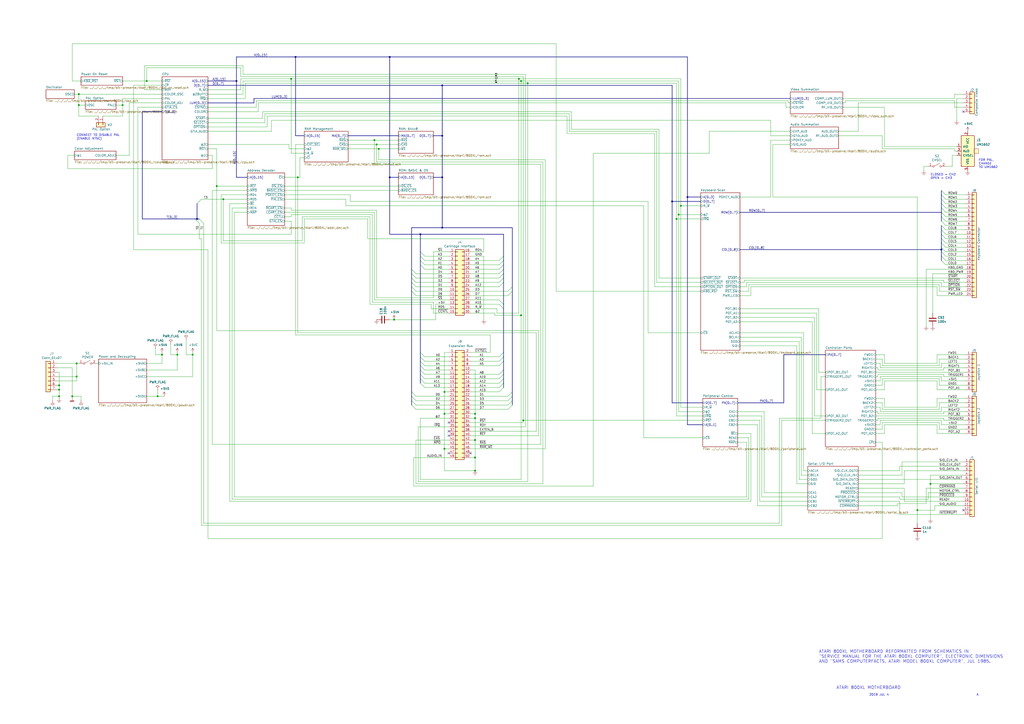
<source format=kicad_sch>
(kicad_sch (version 20230121) (generator eeschema)
  (paper "A2")
  (junction (at 85.09 46.99))
  (junction (at 306.07 48.26))
  (junction (at 218.44 83.82))
  (junction (at 111.76 205.74))
  (junction (at 275.59 273.05))
  (junction (at 172.72 102.87))
  (junction (at 394.97 119.38))
  (junction (at 44.45 210.82))
  (junction (at 129.54 115.57))
  (junction (at 137.16 46.99))
  (junction (at 102.87 205.74))
  (junction (at 228.6 185.42))
  (junction (at 34.29 226.06))
  (junction (at 398.78 114.3))
  (junction (at 41.91 229.87))
  (junction (at 257.81 240.03))
  (junction (at 71.12 60.96))
  (junction (at 114.3 127))
  (junction (at 303.53 243.84))
  (junction (at 219.71 86.36))
  (junction (at 300.99 45.72))
  (junction (at 217.17 81.28))
  (junction (at 275.59 265.43))
  (junction (at 34.29 223.52))
  (junction (at 93.98 205.74))
  (junction (at 275.59 255.27))
  (junction (at 256.54 102.87))
  (junction (at 45.72 60.96))
  (junction (at 256.54 78.74))
  (junction (at 546.1 144.78))
  (junction (at 392.43 127))
  (junction (at 275.59 240.03))
  (junction (at 168.91 45.72))
  (junction (at 171.45 33.02))
  (junction (at 302.26 182.88))
  (junction (at 226.06 102.87))
  (junction (at 539.75 280.67))
  (junction (at 302.26 46.99))
  (junction (at 256.54 132.08))
  (junction (at 243.84 135.89))
  (junction (at 532.13 295.91))
  (junction (at 91.44 229.87))
  (junction (at 44.45 218.44))
  (junction (at 389.89 116.84))
  (junction (at 393.7 124.46))
  (junction (at 256.54 49.53))
  (junction (at 275.59 242.57))
  (junction (at 257.81 227.33))
  (junction (at 125.73 107.95))
  (junction (at 34.29 229.87))
  (junction (at 45.72 54.61))
  (junction (at 226.06 33.02))
  (junction (at 257.81 260.35))
  (no_connect (at 558.8 64.77))
  (no_connect (at 558.8 295.91))
  (no_connect (at 260.35 262.89))
  (no_connect (at 260.35 250.19))
  (no_connect (at 260.35 245.11))
  (no_connect (at 260.35 252.73))
  (no_connect (at 273.05 262.89))
  (bus_entry (at 297.18 166.37) (size -2.54 2.54))
  (bus_entry (at 292.1 156.21) (size -2.54 2.54))
  (bus_entry (at 548.64 135.89) (size -2.54 -2.54))
  (bus_entry (at 243.84 219.71) (size 2.54 2.54))
  (bus_entry (at 243.84 146.05) (size 2.54 2.54))
  (bus_entry (at 292.1 161.29) (size -2.54 2.54))
  (bus_entry (at 238.76 158.75) (size 2.54 2.54))
  (bus_entry (at 115.57 127) (size 2.54 2.54))
  (bus_entry (at 292.1 148.59) (size -2.54 2.54))
  (bus_entry (at 292.1 158.75) (size -2.54 2.54))
  (bus_entry (at 243.84 222.25) (size 2.54 2.54))
  (bus_entry (at 289.56 219.71) (size 2.54 -2.54))
  (bus_entry (at 289.56 212.09) (size 2.54 -2.54))
  (bus_entry (at 289.56 222.25) (size 2.54 -2.54))
  (bus_entry (at 297.18 232.41) (size -2.54 2.54))
  (bus_entry (at 548.64 151.13) (size -2.54 -2.54))
  (bus_entry (at 548.64 115.57) (size -2.54 -2.54))
  (bus_entry (at 238.76 161.29) (size 2.54 2.54))
  (bus_entry (at 113.03 127) (size 2.54 2.54))
  (bus_entry (at 241.3 232.41) (size -2.54 -2.54))
  (bus_entry (at 241.3 229.87) (size -2.54 -2.54))
  (bus_entry (at 292.1 153.67) (size -2.54 2.54))
  (bus_entry (at 243.84 148.59) (size 2.54 2.54))
  (bus_entry (at 243.84 209.55) (size 2.54 2.54))
  (bus_entry (at 548.64 130.81) (size -2.54 -2.54))
  (bus_entry (at 297.18 168.91) (size -2.54 2.54))
  (bus_entry (at 238.76 163.83) (size 2.54 2.54))
  (bus_entry (at 238.76 166.37) (size 2.54 2.54))
  (bus_entry (at 548.64 143.51) (size -2.54 -2.54))
  (bus_entry (at 243.84 207.01) (size 2.54 2.54))
  (bus_entry (at 548.64 113.03) (size -2.54 -2.54))
  (bus_entry (at 241.3 237.49) (size -2.54 -2.54))
  (bus_entry (at 243.84 151.13) (size 2.54 2.54))
  (bus_entry (at 548.64 133.35) (size -2.54 -2.54))
  (bus_entry (at 548.64 118.11) (size -2.54 -2.54))
  (bus_entry (at 289.56 176.53) (size 2.54 2.54))
  (bus_entry (at 289.56 209.55) (size 2.54 -2.54))
  (bus_entry (at 241.3 234.95) (size -2.54 -2.54))
  (bus_entry (at 297.18 234.95) (size -2.54 2.54))
  (bus_entry (at 548.64 128.27) (size -2.54 -2.54))
  (bus_entry (at 548.64 120.65) (size -2.54 -2.54))
  (bus_entry (at 548.64 148.59) (size -2.54 -2.54))
  (bus_entry (at 297.18 227.33) (size -2.54 2.54))
  (bus_entry (at 243.84 204.47) (size 2.54 2.54))
  (bus_entry (at 548.64 138.43) (size -2.54 -2.54))
  (bus_entry (at 289.56 207.01) (size 2.54 -2.54))
  (bus_entry (at 289.56 173.99) (size 2.54 2.54))
  (bus_entry (at 548.64 125.73) (size -2.54 -2.54))
  (bus_entry (at 548.64 146.05) (size -2.54 -2.54))
  (bus_entry (at 243.84 217.17) (size 2.54 2.54))
  (bus_entry (at 297.18 229.87) (size -2.54 2.54))
  (bus_entry (at 289.56 224.79) (size 2.54 -2.54))
  (bus_entry (at 116.84 115.57) (size -2.54 2.54))
  (bus_entry (at 548.64 123.19) (size -2.54 -2.54))
  (bus_entry (at 238.76 168.91) (size 2.54 2.54))
  (bus_entry (at 292.1 151.13) (size -2.54 2.54))
  (bus_entry (at 292.1 163.83) (size -2.54 2.54))
  (bus_entry (at 238.76 156.21) (size 2.54 2.54))
  (bus_entry (at 289.56 227.33) (size 2.54 -2.54))
  (bus_entry (at 289.56 217.17) (size 2.54 -2.54))
  (bus_entry (at 243.84 153.67) (size 2.54 2.54))
  (bus_entry (at 548.64 140.97) (size -2.54 -2.54))
  (bus_entry (at 243.84 212.09) (size 2.54 2.54))
  (bus_entry (at 548.64 153.67) (size -2.54 -2.54))
  (bus_entry (at 243.84 214.63) (size 2.54 2.54))
  (bus (pts (xy 454.66 205.74) (xy 478.79 205.74)))
  (bus (pts (xy 292.1 158.75) (xy 292.1 161.29)))
  (wire (pts (xy 458.47 81.28) (xy 447.04 81.28)))
  (wire (pts (xy 330.2 66.04) (xy 153.67 66.04)))
  (bus (pts (xy 201.93 78.74) (xy 231.14 78.74)))
  (wire (pts (xy 39.37 97.79) (xy 39.37 90.17)))
  (wire (pts (xy 99.06 205.74) (xy 102.87 205.74)))
  (wire (pts (xy 381 76.2) (xy 330.2 76.2)))
  (wire (pts (xy 497.84 76.2) (xy 497.84 59.69)))
  (wire (pts (xy 539.75 275.59) (xy 558.8 275.59)))
  (wire (pts (xy 251.46 181.61) (xy 260.35 181.61)))
  (wire (pts (xy 553.72 87.63) (xy 554.99 87.63)))
  (wire (pts (xy 154.94 67.31) (xy 328.93 67.31)))
  (wire (pts (xy 215.9 124.46) (xy 215.9 175.26)))
  (bus (pts (xy 114.3 118.11) (xy 114.3 127)))
  (wire (pts (xy 524.51 280.67) (xy 524.51 273.05)))
  (wire (pts (xy 478.79 226.06) (xy 473.71 226.06)))
  (bus (pts (xy 292.1 135.89) (xy 292.1 148.59)))
  (wire (pts (xy 243.84 278.13) (xy 302.26 278.13)))
  (bus (pts (xy 429.26 123.19) (xy 546.1 123.19)))
  (wire (pts (xy 543.56 220.98) (xy 513.08 220.98)))
  (wire (pts (xy 251.46 181.61) (xy 251.46 175.26)))
  (wire (pts (xy 149.86 59.69) (xy 149.86 64.77)))
  (wire (pts (xy 123.19 110.49) (xy 123.19 257.81)))
  (wire (pts (xy 513.08 62.23) (xy 488.95 62.23)))
  (wire (pts (xy 250.19 176.53) (xy 214.63 176.53)))
  (wire (pts (xy 273.05 212.09) (xy 289.56 212.09)))
  (bus (pts (xy 546.1 146.05) (xy 546.1 148.59)))
  (wire (pts (xy 273.05 153.67) (xy 289.56 153.67)))
  (wire (pts (xy 511.81 256.54) (xy 508 256.54)))
  (wire (pts (xy 513.08 226.06) (xy 508 226.06)))
  (wire (pts (xy 392.43 48.26) (xy 392.43 127)))
  (wire (pts (xy 433.07 256.54) (xy 433.07 288.29)))
  (bus (pts (xy 427.99 233.68) (xy 454.66 233.68)))
  (wire (pts (xy 45.72 54.61) (xy 93.98 54.61)))
  (wire (pts (xy 77.47 144.78) (xy 120.65 144.78)))
  (wire (pts (xy 373.38 119.38) (xy 373.38 254)))
  (bus (pts (xy 243.84 135.89) (xy 243.84 146.05)))
  (bus (pts (xy 297.18 229.87) (xy 297.18 232.41)))
  (wire (pts (xy 508 215.9) (xy 560.07 215.9)))
  (wire (pts (xy 394.97 119.38) (xy 394.97 236.22)))
  (wire (pts (xy 488.95 59.69) (xy 490.22 59.69)))
  (wire (pts (xy 243.84 242.57) (xy 260.35 242.57)))
  (wire (pts (xy 311.15 250.19) (xy 311.15 193.04)))
  (wire (pts (xy 273.05 168.91) (xy 294.64 168.91)))
  (wire (pts (xy 429.26 200.66) (xy 462.28 200.66)))
  (wire (pts (xy 67.31 90.17) (xy 74.93 90.17)))
  (wire (pts (xy 273.05 242.57) (xy 275.59 242.57)))
  (wire (pts (xy 120.65 83.82) (xy 167.64 83.82)))
  (wire (pts (xy 463.55 198.12) (xy 463.55 278.13)))
  (wire (pts (xy 139.7 52.07) (xy 139.7 45.72)))
  (wire (pts (xy 260.35 214.63) (xy 246.38 214.63)))
  (wire (pts (xy 273.05 181.61) (xy 287.02 181.61)))
  (wire (pts (xy 511.81 223.52) (xy 508 223.52)))
  (wire (pts (xy 168.91 88.9) (xy 176.53 88.9)))
  (wire (pts (xy 427.99 256.54) (xy 433.07 256.54)))
  (wire (pts (xy 548.64 148.59) (xy 560.07 148.59)))
  (wire (pts (xy 544.83 208.28) (xy 544.83 212.09)))
  (wire (pts (xy 273.05 229.87) (xy 294.64 229.87)))
  (bus (pts (xy 243.84 204.47) (xy 243.84 207.01)))
  (bus (pts (xy 243.84 153.67) (xy 243.84 204.47)))
  (wire (pts (xy 148.59 58.42) (xy 457.2 58.42)))
  (wire (pts (xy 175.26 139.7) (xy 129.54 139.7)))
  (wire (pts (xy 34.29 226.06) (xy 34.29 229.87)))
  (wire (pts (xy 471.17 186.69) (xy 471.17 251.46)))
  (wire (pts (xy 497.84 59.69) (xy 558.8 59.69)))
  (wire (pts (xy 447.04 114.3) (xy 429.26 114.3)))
  (wire (pts (xy 176.53 91.44) (xy 173.99 91.44)))
  (wire (pts (xy 44.45 218.44) (xy 44.45 210.82)))
  (bus (pts (xy 429.26 144.78) (xy 546.1 144.78)))
  (wire (pts (xy 173.99 102.87) (xy 172.72 102.87)))
  (wire (pts (xy 120.65 57.15) (xy 142.24 57.15)))
  (wire (pts (xy 393.7 124.46) (xy 393.7 238.76)))
  (bus (pts (xy 251.46 102.87) (xy 256.54 102.87)))
  (wire (pts (xy 548.64 96.52) (xy 552.45 96.52)))
  (wire (pts (xy 429.26 166.37) (xy 433.07 166.37)))
  (wire (pts (xy 120.65 64.77) (xy 149.86 64.77)))
  (wire (pts (xy 344.17 88.9) (xy 344.17 281.94)))
  (wire (pts (xy 304.8 43.18) (xy 304.8 247.65)))
  (wire (pts (xy 466.09 193.04) (xy 466.09 273.05)))
  (bus (pts (xy 238.76 168.91) (xy 238.76 227.33)))
  (wire (pts (xy 523.24 267.97) (xy 558.8 267.97)))
  (wire (pts (xy 511.81 212.09) (xy 511.81 208.28)))
  (wire (pts (xy 521.97 273.05) (xy 521.97 270.51)))
  (wire (pts (xy 260.35 151.13) (xy 246.38 151.13)))
  (wire (pts (xy 558.8 57.15) (xy 554.99 57.15)))
  (wire (pts (xy 45.72 60.96) (xy 45.72 54.61)))
  (wire (pts (xy 542.29 293.37) (xy 558.8 293.37)))
  (bus (pts (xy 243.84 135.89) (xy 292.1 135.89)))
  (wire (pts (xy 542.29 295.91) (xy 542.29 293.37)))
  (wire (pts (xy 546.1 163.83) (xy 433.07 163.83)))
  (bus (pts (xy 120.65 59.69) (xy 147.32 59.69)))
  (wire (pts (xy 165.1 107.95) (xy 231.14 107.95)))
  (bus (pts (xy 238.76 161.29) (xy 238.76 163.83)))
  (wire (pts (xy 472.44 184.15) (xy 429.26 184.15)))
  (wire (pts (xy 46.99 232.41) (xy 46.99 229.87)))
  (wire (pts (xy 33.02 220.98) (xy 44.45 220.98)))
  (wire (pts (xy 41.91 213.36) (xy 41.91 229.87)))
  (wire (pts (xy 135.89 288.29) (xy 433.07 288.29)))
  (wire (pts (xy 300.99 45.72) (xy 300.99 181.61)))
  (wire (pts (xy 306.07 48.26) (xy 392.43 48.26)))
  (wire (pts (xy 273.05 224.79) (xy 289.56 224.79)))
  (wire (pts (xy 120.65 68.58) (xy 152.4 68.58)))
  (wire (pts (xy 553.72 54.61) (xy 558.8 54.61)))
  (wire (pts (xy 273.05 227.33) (xy 289.56 227.33)))
  (wire (pts (xy 547.37 218.44) (xy 547.37 217.17)))
  (bus (pts (xy 171.45 78.74) (xy 176.53 78.74)))
  (bus (pts (xy 297.18 132.08) (xy 297.18 166.37)))
  (wire (pts (xy 260.35 234.95) (xy 241.3 234.95)))
  (wire (pts (xy 172.72 193.04) (xy 172.72 102.87)))
  (wire (pts (xy 125.73 191.77) (xy 312.42 191.77)))
  (wire (pts (xy 165.1 115.57) (xy 200.66 115.57)))
  (wire (pts (xy 39.37 90.17) (xy 43.18 90.17)))
  (bus (pts (xy 546.1 120.65) (xy 546.1 123.19)))
  (bus (pts (xy 243.84 219.71) (xy 243.84 222.25)))
  (wire (pts (xy 546.1 166.37) (xy 560.07 166.37)))
  (wire (pts (xy 168.91 88.9) (xy 168.91 45.72)))
  (wire (pts (xy 546.1 238.76) (xy 546.1 236.22)))
  (wire (pts (xy 250.19 179.07) (xy 260.35 179.07)))
  (wire (pts (xy 168.91 121.92) (xy 218.44 121.92)))
  (wire (pts (xy 548.64 128.27) (xy 560.07 128.27)))
  (bus (pts (xy 546.1 115.57) (xy 546.1 118.11)))
  (wire (pts (xy 85.09 229.87) (xy 91.44 229.87)))
  (wire (pts (xy 273.05 252.73) (xy 312.42 252.73)))
  (bus (pts (xy 238.76 166.37) (xy 238.76 168.91)))
  (wire (pts (xy 201.93 83.82) (xy 218.44 83.82)))
  (bus (pts (xy 297.18 227.33) (xy 297.18 229.87)))
  (wire (pts (xy 74.93 59.69) (xy 93.98 59.69)))
  (wire (pts (xy 273.05 219.71) (xy 289.56 219.71)))
  (bus (pts (xy 238.76 132.08) (xy 238.76 156.21)))
  (wire (pts (xy 251.46 146.05) (xy 251.46 172.72)))
  (wire (pts (xy 547.37 240.03) (xy 509.27 240.03)))
  (wire (pts (xy 120.65 73.66) (xy 154.94 73.66)))
  (wire (pts (xy 33.02 218.44) (xy 44.45 218.44)))
  (wire (pts (xy 125.73 107.95) (xy 143.51 107.95)))
  (wire (pts (xy 218.44 121.92) (xy 218.44 172.72)))
  (bus (pts (xy 256.54 49.53) (xy 389.89 49.53)))
  (wire (pts (xy 544.83 165.1) (xy 434.34 165.1)))
  (wire (pts (xy 382.27 74.93) (xy 382.27 161.29)))
  (wire (pts (xy 260.35 156.21) (xy 246.38 156.21)))
  (wire (pts (xy 548.64 151.13) (xy 560.07 151.13)))
  (wire (pts (xy 260.35 217.17) (xy 246.38 217.17)))
  (wire (pts (xy 57.15 67.31) (xy 45.72 67.31)))
  (wire (pts (xy 139.7 45.72) (xy 168.91 45.72)))
  (bus (pts (xy 243.84 146.05) (xy 243.84 148.59)))
  (bus (pts (xy 238.76 227.33) (xy 238.76 229.87)))
  (wire (pts (xy 33.02 223.52) (xy 34.29 223.52)))
  (wire (pts (xy 275.59 255.27) (xy 275.59 242.57)))
  (wire (pts (xy 273.05 265.43) (xy 275.59 265.43)))
  (wire (pts (xy 490.22 59.69) (xy 490.22 58.42)))
  (wire (pts (xy 273.05 207.01) (xy 289.56 207.01)))
  (wire (pts (xy 427.99 251.46) (xy 435.61 251.46)))
  (wire (pts (xy 284.48 204.47) (xy 284.48 194.31)))
  (bus (pts (xy 243.84 148.59) (xy 243.84 151.13)))
  (bus (pts (xy 238.76 163.83) (xy 238.76 166.37)))
  (wire (pts (xy 509.27 214.63) (xy 509.27 213.36)))
  (wire (pts (xy 165.1 128.27) (xy 168.91 128.27)))
  (wire (pts (xy 252.73 185.42) (xy 228.6 185.42)))
  (wire (pts (xy 381 163.83) (xy 381 76.2)))
  (bus (pts (xy 292.1 204.47) (xy 292.1 207.01)))
  (wire (pts (xy 511.81 78.74) (xy 511.81 86.36)))
  (wire (pts (xy 394.97 45.72) (xy 394.97 119.38)))
  (wire (pts (xy 435.61 166.37) (xy 435.61 171.45)))
  (wire (pts (xy 511.81 237.49) (xy 511.81 233.68)))
  (bus (pts (xy 292.1 209.55) (xy 292.1 214.63)))
  (wire (pts (xy 260.35 219.71) (xy 246.38 219.71)))
  (bus (pts (xy 137.16 102.87) (xy 143.51 102.87)))
  (wire (pts (xy 476.25 242.57) (xy 452.12 242.57)))
  (wire (pts (xy 473.71 226.06) (xy 473.71 181.61)))
  (wire (pts (xy 509.27 238.76) (xy 508 238.76)))
  (bus (pts (xy 292.1 151.13) (xy 292.1 153.67)))
  (wire (pts (xy 478.79 243.84) (xy 453.39 243.84)))
  (wire (pts (xy 120.65 52.07) (xy 139.7 52.07)))
  (wire (pts (xy 173.99 91.44) (xy 173.99 102.87)))
  (wire (pts (xy 273.05 255.27) (xy 275.59 255.27)))
  (bus (pts (xy 171.45 33.02) (xy 171.45 78.74)))
  (wire (pts (xy 458.47 83.82) (xy 448.31 83.82)))
  (bus (pts (xy 137.16 33.02) (xy 137.16 46.99)))
  (wire (pts (xy 543.56 171.45) (xy 560.07 171.45)))
  (wire (pts (xy 91.44 229.87) (xy 95.25 229.87)))
  (bus (pts (xy 238.76 232.41) (xy 238.76 234.95)))
  (wire (pts (xy 260.35 176.53) (xy 252.73 176.53)))
  (wire (pts (xy 544.83 233.68) (xy 560.07 233.68)))
  (bus (pts (xy 243.84 207.01) (xy 243.84 209.55)))
  (wire (pts (xy 546.1 210.82) (xy 546.1 213.36)))
  (wire (pts (xy 330.2 76.2) (xy 330.2 66.04)))
  (bus (pts (xy 292.1 217.17) (xy 292.1 219.71)))
  (wire (pts (xy 133.35 290.83) (xy 435.61 290.83)))
  (wire (pts (xy 523.24 275.59) (xy 523.24 267.97)))
  (wire (pts (xy 543.56 166.37) (xy 435.61 166.37)))
  (wire (pts (xy 85.09 39.37) (xy 85.09 46.99)))
  (wire (pts (xy 168.91 135.89) (xy 80.01 135.89)))
  (wire (pts (xy 128.27 140.97) (xy 176.53 140.97)))
  (bus (pts (xy 389.89 233.68) (xy 407.67 233.68)))
  (wire (pts (xy 71.12 46.99) (xy 85.09 46.99)))
  (wire (pts (xy 439.42 246.38) (xy 439.42 293.37)))
  (wire (pts (xy 544.83 237.49) (xy 511.81 237.49)))
  (wire (pts (xy 143.51 115.57) (xy 129.54 115.57)))
  (wire (pts (xy 543.56 171.45) (xy 543.56 166.37)))
  (wire (pts (xy 260.35 148.59) (xy 246.38 148.59)))
  (wire (pts (xy 260.35 158.75) (xy 241.3 158.75)))
  (wire (pts (xy 90.17 201.93) (xy 90.17 205.74)))
  (wire (pts (xy 288.29 181.61) (xy 288.29 179.07)))
  (wire (pts (xy 273.05 151.13) (xy 289.56 151.13)))
  (wire (pts (xy 44.45 220.98) (xy 44.45 218.44)))
  (wire (pts (xy 85.09 218.44) (xy 111.76 218.44)))
  (wire (pts (xy 429.26 198.12) (xy 463.55 198.12)))
  (wire (pts (xy 427.99 246.38) (xy 439.42 246.38)))
  (wire (pts (xy 241.3 255.27) (xy 260.35 255.27)))
  (wire (pts (xy 314.96 280.67) (xy 314.96 93.98)))
  (wire (pts (xy 260.35 163.83) (xy 241.3 163.83)))
  (wire (pts (xy 541.02 158.75) (xy 541.02 181.61)))
  (bus (pts (xy 292.1 161.29) (xy 292.1 163.83)))
  (bus (pts (xy 171.45 33.02) (xy 226.06 33.02)))
  (wire (pts (xy 548.64 143.51) (xy 560.07 143.51)))
  (wire (pts (xy 33.02 210.82) (xy 44.45 210.82)))
  (wire (pts (xy 257.81 227.33) (xy 257.81 204.47)))
  (wire (pts (xy 382.27 161.29) (xy 406.4 161.29)))
  (wire (pts (xy 468.63 290.83) (xy 440.69 290.83)))
  (wire (pts (xy 171.45 83.82) (xy 171.45 194.31)))
  (wire (pts (xy 546.1 218.44) (xy 510.54 218.44)))
  (bus (pts (xy 243.84 217.17) (xy 243.84 219.71)))
  (wire (pts (xy 34.29 215.9) (xy 34.29 223.52)))
  (wire (pts (xy 548.64 130.81) (xy 560.07 130.81)))
  (wire (pts (xy 411.48 88.9) (xy 344.17 88.9)))
  (wire (pts (xy 406.4 163.83) (xy 381 163.83)))
  (bus (pts (xy 546.1 133.35) (xy 546.1 135.89)))
  (wire (pts (xy 554.99 85.09) (xy 513.08 85.09)))
  (wire (pts (xy 537.21 283.21) (xy 537.21 292.1)))
  (wire (pts (xy 140.97 43.18) (xy 304.8 43.18)))
  (wire (pts (xy 260.35 227.33) (xy 257.81 227.33)))
  (wire (pts (xy 509.27 218.44) (xy 508 218.44)))
  (wire (pts (xy 511.81 219.71) (xy 511.81 223.52)))
  (wire (pts (xy 171.45 194.31) (xy 284.48 194.31)))
  (wire (pts (xy 273.05 250.19) (xy 311.15 250.19)))
  (wire (pts (xy 447.04 81.28) (xy 447.04 114.3)))
  (wire (pts (xy 203.2 116.84) (xy 375.92 116.84)))
  (wire (pts (xy 33.02 226.06) (xy 34.29 226.06)))
  (wire (pts (xy 201.93 81.28) (xy 217.17 81.28)))
  (wire (pts (xy 546.1 220.98) (xy 546.1 218.44)))
  (wire (pts (xy 538.48 289.56) (xy 538.48 285.75)))
  (bus (pts (xy 389.89 49.53) (xy 389.89 116.84)))
  (wire (pts (xy 287.02 182.88) (xy 302.26 182.88)))
  (wire (pts (xy 260.35 207.01) (xy 246.38 207.01)))
  (wire (pts (xy 429.26 171.45) (xy 435.61 171.45)))
  (wire (pts (xy 547.37 217.17) (xy 509.27 217.17)))
  (wire (pts (xy 314.96 93.98) (xy 218.44 93.98)))
  (wire (pts (xy 429.26 193.04) (xy 466.09 193.04)))
  (bus (pts (xy 238.76 158.75) (xy 238.76 161.29)))
  (wire (pts (xy 513.08 236.22) (xy 543.56 236.22)))
  (wire (pts (xy 273.05 209.55) (xy 289.56 209.55)))
  (wire (pts (xy 123.19 90.17) (xy 123.19 97.79)))
  (wire (pts (xy 544.83 208.28) (xy 560.07 208.28)))
  (wire (pts (xy 548.64 140.97) (xy 560.07 140.97)))
  (bus (pts (xy 546.1 144.78) (xy 546.1 146.05)))
  (wire (pts (xy 548.64 120.65) (xy 560.07 120.65)))
  (wire (pts (xy 139.7 39.37) (xy 85.09 39.37)))
  (wire (pts (xy 83.82 52.07) (xy 83.82 38.1)))
  (wire (pts (xy 260.35 166.37) (xy 241.3 166.37)))
  (wire (pts (xy 464.82 275.59) (xy 468.63 275.59)))
  (wire (pts (xy 510.54 213.36) (xy 510.54 210.82)))
  (wire (pts (xy 510.54 238.76) (xy 510.54 236.22)))
  (wire (pts (xy 560.07 205.74) (xy 543.56 205.74)))
  (wire (pts (xy 463.55 278.13) (xy 468.63 278.13)))
  (wire (pts (xy 168.91 128.27) (xy 168.91 135.89)))
  (wire (pts (xy 273.05 161.29) (xy 289.56 161.29)))
  (wire (pts (xy 107.95 196.85) (xy 107.95 205.74)))
  (bus (pts (xy 546.1 118.11) (xy 546.1 120.65)))
  (wire (pts (xy 544.83 212.09) (xy 511.81 212.09)))
  (wire (pts (xy 250.19 179.07) (xy 250.19 176.53)))
  (bus (pts (xy 546.1 143.51) (xy 546.1 144.78)))
  (wire (pts (xy 41.91 229.87) (xy 41.91 231.14)))
  (bus (pts (xy 292.1 214.63) (xy 292.1 217.17)))
  (bus (pts (xy 226.06 135.89) (xy 243.84 135.89)))
  (wire (pts (xy 379.73 77.47) (xy 379.73 166.37)))
  (wire (pts (xy 43.18 54.61) (xy 45.72 54.61)))
  (wire (pts (xy 427.99 254) (xy 434.34 254)))
  (wire (pts (xy 115.57 129.54) (xy 115.57 138.43)))
  (wire (pts (xy 537.21 292.1) (xy 520.7 292.1)))
  (wire (pts (xy 473.71 181.61) (xy 429.26 181.61)))
  (wire (pts (xy 251.46 175.26) (xy 215.9 175.26)))
  (wire (pts (xy 302.26 278.13) (xy 302.26 182.88)))
  (wire (pts (xy 548.64 138.43) (xy 560.07 138.43)))
  (wire (pts (xy 257.81 204.47) (xy 260.35 204.47)))
  (wire (pts (xy 452.12 242.57) (xy 452.12 303.53)))
  (bus (pts (xy 546.1 110.49) (xy 546.1 113.03)))
  (wire (pts (xy 521.97 290.83) (xy 521.97 298.45)))
  (wire (pts (xy 241.3 255.27) (xy 241.3 280.67)))
  (wire (pts (xy 474.98 215.9) (xy 478.79 215.9)))
  (wire (pts (xy 41.91 46.99) (xy 41.91 25.4)))
  (wire (pts (xy 34.29 229.87) (xy 34.29 231.14)))
  (wire (pts (xy 273.05 204.47) (xy 284.48 204.47)))
  (wire (pts (xy 547.37 238.76) (xy 560.07 238.76)))
  (bus (pts (xy 546.1 130.81) (xy 546.1 133.35)))
  (wire (pts (xy 486.41 78.74) (xy 511.81 78.74)))
  (wire (pts (xy 142.24 48.26) (xy 306.07 48.26)))
  (wire (pts (xy 275.59 265.43) (xy 275.59 273.05)))
  (bus (pts (xy 243.84 151.13) (xy 243.84 153.67)))
  (wire (pts (xy 116.84 138.43) (xy 116.84 304.8)))
  (bus (pts (xy 546.1 135.89) (xy 546.1 138.43)))
  (wire (pts (xy 513.08 210.82) (xy 513.08 205.74)))
  (wire (pts (xy 120.65 62.23) (xy 148.59 62.23)))
  (wire (pts (xy 520.7 292.1) (xy 520.7 293.37)))
  (wire (pts (xy 532.13 114.3) (xy 532.13 295.91)))
  (wire (pts (xy 547.37 240.03) (xy 547.37 238.76)))
  (wire (pts (xy 30.48 229.87) (xy 34.29 229.87)))
  (wire (pts (xy 511.81 208.28) (xy 508 208.28)))
  (wire (pts (xy 303.53 44.45) (xy 139.7 44.45)))
  (wire (pts (xy 168.91 124.46) (xy 215.9 124.46)))
  (wire (pts (xy 273.05 237.49) (xy 294.64 237.49)))
  (wire (pts (xy 311.15 193.04) (xy 172.72 193.04)))
  (wire (pts (xy 546.1 210.82) (xy 560.07 210.82)))
  (wire (pts (xy 392.43 127) (xy 392.43 241.3)))
  (wire (pts (xy 200.66 115.57) (xy 200.66 119.38)))
  (wire (pts (xy 478.79 241.3) (xy 472.44 241.3)))
  (bus (pts (xy 231.14 102.87) (xy 226.06 102.87)))
  (wire (pts (xy 539.75 280.67) (xy 558.8 280.67)))
  (bus (pts (xy 226.06 33.02) (xy 398.78 33.02)))
  (wire (pts (xy 433.07 163.83) (xy 433.07 166.37)))
  (wire (pts (xy 543.56 236.22) (xy 543.56 231.14)))
  (wire (pts (xy 524.51 273.05) (xy 558.8 273.05)))
  (wire (pts (xy 300.99 45.72) (xy 394.97 45.72)))
  (wire (pts (xy 312.42 191.77) (xy 312.42 252.73)))
  (bus (pts (xy 238.76 132.08) (xy 256.54 132.08)))
  (wire (pts (xy 273.05 158.75) (xy 289.56 158.75)))
  (wire (pts (xy 476.25 218.44) (xy 476.25 242.57)))
  (wire (pts (xy 511.81 233.68) (xy 508 233.68)))
  (wire (pts (xy 140.97 54.61) (xy 120.65 54.61)))
  (wire (pts (xy 553.72 62.23) (xy 553.72 58.42)))
  (wire (pts (xy 544.83 245.11) (xy 544.83 248.92)))
  (wire (pts (xy 511.81 86.36) (xy 553.72 86.36)))
  (wire (pts (xy 260.35 232.41) (xy 241.3 232.41)))
  (wire (pts (xy 217.17 81.28) (xy 217.17 95.25)))
  (wire (pts (xy 488.95 57.15) (xy 553.72 57.15)))
  (wire (pts (xy 474.98 179.07) (xy 474.98 215.9)))
  (bus (pts (xy 292.1 179.07) (xy 292.1 204.47)))
  (wire (pts (xy 472.44 241.3) (xy 472.44 184.15)))
  (wire (pts (xy 273.05 247.65) (xy 304.8 247.65)))
  (wire (pts (xy 125.73 107.95) (xy 125.73 191.77)))
  (wire (pts (xy 129.54 115.57) (xy 116.84 115.57)))
  (wire (pts (xy 462.28 200.66) (xy 462.28 280.67)))
  (wire (pts (xy 152.4 64.77) (xy 331.47 64.77)))
  (wire (pts (xy 273.05 217.17) (xy 289.56 217.17)))
  (wire (pts (xy 99.06 199.39) (xy 99.06 205.74)))
  (wire (pts (xy 497.84 290.83) (xy 521.97 290.83)))
  (wire (pts (xy 219.71 92.71) (xy 316.23 92.71)))
  (wire (pts (xy 85.09 46.99) (xy 93.98 46.99)))
  (wire (pts (xy 257.81 260.35) (xy 257.81 240.03)))
  (wire (pts (xy 429.26 161.29) (xy 560.07 161.29)))
  (wire (pts (xy 300.99 181.61) (xy 288.29 181.61)))
  (wire (pts (xy 218.44 83.82) (xy 231.14 83.82)))
  (bus (pts (xy 238.76 229.87) (xy 238.76 232.41)))
  (wire (pts (xy 143.51 118.11) (xy 133.35 118.11)))
  (wire (pts (xy 242.57 279.4) (xy 306.07 279.4)))
  (wire (pts (xy 509.27 242.57) (xy 509.27 243.84)))
  (bus (pts (xy 93.98 64.77) (xy 82.55 64.77)))
  (wire (pts (xy 71.12 60.96) (xy 71.12 57.15)))
  (wire (pts (xy 541.02 158.75) (xy 560.07 158.75)))
  (wire (pts (xy 242.57 247.65) (xy 242.57 279.4)))
  (wire (pts (xy 538.48 285.75) (xy 558.8 285.75)))
  (wire (pts (xy 497.84 278.13) (xy 558.8 278.13)))
  (bus (pts (xy 546.1 123.19) (xy 546.1 125.73)))
  (wire (pts (xy 85.09 214.63) (xy 102.87 214.63)))
  (bus (pts (xy 120.65 49.53) (xy 256.54 49.53)))
  (wire (pts (xy 510.54 220.98) (xy 508 220.98)))
  (wire (pts (xy 165.1 110.49) (xy 231.14 110.49)))
  (bus (pts (xy 398.78 114.3) (xy 406.4 114.3)))
  (wire (pts (xy 118.11 129.54) (xy 118.11 303.53)))
  (wire (pts (xy 448.31 114.3) (xy 532.13 114.3)))
  (wire (pts (xy 439.42 293.37) (xy 468.63 293.37)))
  (wire (pts (xy 71.12 67.31) (xy 71.12 60.96)))
  (wire (pts (xy 111.76 205.74) (xy 111.76 218.44)))
  (wire (pts (xy 102.87 205.74) (xy 102.87 214.63)))
  (wire (pts (xy 546.1 246.38) (xy 560.07 246.38)))
  (wire (pts (xy 521.97 298.45) (xy 558.8 298.45)))
  (wire (pts (xy 260.35 168.91) (xy 241.3 168.91)))
  (wire (pts (xy 59.69 67.31) (xy 71.12 67.31)))
  (wire (pts (xy 392.43 127) (xy 406.4 127)))
  (wire (pts (xy 287.02 181.61) (xy 287.02 182.88)))
  (wire (pts (xy 457.2 59.69) (xy 458.47 59.69)))
  (wire (pts (xy 513.08 220.98) (xy 513.08 226.06)))
  (wire (pts (xy 217.17 173.99) (xy 260.35 173.99)))
  (wire (pts (xy 535.94 96.52) (xy 535.94 99.06)))
  (wire (pts (xy 260.35 222.25) (xy 246.38 222.25)))
  (wire (pts (xy 558.8 62.23) (xy 553.72 62.23)))
  (wire (pts (xy 552.45 90.17) (xy 554.99 90.17)))
  (wire (pts (xy 157.48 76.2) (xy 157.48 69.85)))
  (wire (pts (xy 448.31 83.82) (xy 448.31 114.3)))
  (wire (pts (xy 125.73 86.36) (xy 125.73 107.95)))
  (wire (pts (xy 513.08 85.09) (xy 513.08 62.23)))
  (wire (pts (xy 93.98 210.82) (xy 93.98 205.74)))
  (wire (pts (xy 497.84 283.21) (xy 524.51 283.21)))
  (wire (pts (xy 257.81 240.03) (xy 257.81 227.33)))
  (wire (pts (xy 497.84 273.05) (xy 521.97 273.05)))
  (wire (pts (xy 543.56 251.46) (xy 560.07 251.46)))
  (wire (pts (xy 175.26 125.73) (xy 175.26 139.7)))
  (wire (pts (xy 393.7 124.46) (xy 393.7 46.99)))
  (wire (pts (xy 497.84 280.67) (xy 524.51 280.67)))
  (bus (pts (xy 546.1 138.43) (xy 546.1 140.97)))
  (wire (pts (xy 466.09 273.05) (xy 468.63 273.05)))
  (wire (pts (xy 303.53 243.84) (xy 407.67 243.84)))
  (wire (pts (xy 510.54 236.22) (xy 508 236.22)))
  (bus (pts (xy 226.06 102.87) (xy 226.06 135.89)))
  (wire (pts (xy 490.22 58.42) (xy 553.72 58.42)))
  (wire (pts (xy 524.51 290.83) (xy 558.8 290.83)))
  (wire (pts (xy 45.72 60.96) (xy 49.53 60.96)))
  (wire (pts (xy 134.62 120.65) (xy 143.51 120.65)))
  (bus (pts (xy 82.55 127) (xy 113.03 127)))
  (wire (pts (xy 547.37 162.56) (xy 431.8 162.56)))
  (wire (pts (xy 429.26 195.58) (xy 464.82 195.58)))
  (wire (pts (xy 260.35 146.05) (xy 251.46 146.05)))
  (wire (pts (xy 91.44 226.06) (xy 91.44 229.87)))
  (wire (pts (xy 509.27 240.03) (xy 509.27 238.76)))
  (wire (pts (xy 486.41 76.2) (xy 497.84 76.2)))
  (wire (pts (xy 303.53 245.11) (xy 303.53 243.84)))
  (wire (pts (xy 544.83 219.71) (xy 511.81 219.71)))
  (bus (pts (xy 292.1 163.83) (xy 292.1 176.53)))
  (wire (pts (xy 240.03 281.94) (xy 240.03 265.43)))
  (bus (pts (xy 113.03 127) (xy 114.3 127)))
  (wire (pts (xy 411.48 76.2) (xy 411.48 88.9)))
  (wire (pts (xy 176.53 140.97) (xy 176.53 127)))
  (wire (pts (xy 455.93 62.23) (xy 458.47 62.23)))
  (wire (pts (xy 468.63 285.75) (xy 443.23 285.75)))
  (wire (pts (xy 443.23 238.76) (xy 427.99 238.76)))
  (wire (pts (xy 302.26 182.88) (xy 302.26 46.99)))
  (wire (pts (xy 455.93 62.23) (xy 455.93 59.69)))
  (wire (pts (xy 393.7 46.99) (xy 302.26 46.99)))
  (wire (pts (xy 303.53 243.84) (xy 303.53 44.45)))
  (wire (pts (xy 71.12 60.96) (xy 67.31 60.96)))
  (wire (pts (xy 548.64 113.03) (xy 560.07 113.03)))
  (wire (pts (xy 441.96 288.29) (xy 468.63 288.29)))
  (wire (pts (xy 273.05 234.95) (xy 294.64 234.95)))
  (bus (pts (xy 546.1 140.97) (xy 546.1 143.51)))
  (wire (pts (xy 129.54 139.7) (xy 129.54 115.57)))
  (wire (pts (xy 429.26 163.83) (xy 431.8 163.83)))
  (wire (pts (xy 115.57 138.43) (xy 116.84 138.43)))
  (wire (pts (xy 123.19 110.49) (xy 143.51 110.49)))
  (wire (pts (xy 553.72 57.15) (xy 553.72 54.61)))
  (bus (pts (xy 292.1 156.21) (xy 292.1 158.75)))
  (wire (pts (xy 331.47 74.93) (xy 382.27 74.93)))
  (wire (pts (xy 543.56 226.06) (xy 560.07 226.06)))
  (wire (pts (xy 218.44 93.98) (xy 218.44 83.82)))
  (wire (pts (xy 548.64 118.11) (xy 560.07 118.11)))
  (wire (pts (xy 509.27 213.36) (xy 508 213.36)))
  (wire (pts (xy 375.92 193.04) (xy 406.4 193.04)))
  (wire (pts (xy 447.04 78.74) (xy 458.47 78.74)))
  (bus (pts (xy 256.54 102.87) (xy 256.54 132.08)))
  (bus (pts (xy 546.1 125.73) (xy 546.1 128.27)))
  (wire (pts (xy 273.05 214.63) (xy 275.59 214.63)))
  (wire (pts (xy 120.65 90.17) (xy 123.19 90.17)))
  (wire (pts (xy 510.54 218.44) (xy 510.54 220.98)))
  (wire (pts (xy 538.48 96.52) (xy 535.94 96.52)))
  (wire (pts (xy 135.89 123.19) (xy 135.89 288.29)))
  (wire (pts (xy 471.17 251.46) (xy 478.79 251.46)))
  (wire (pts (xy 497.84 288.29) (xy 521.97 288.29)))
  (wire (pts (xy 241.3 280.67) (xy 314.96 280.67)))
  (wire (pts (xy 539.75 275.59) (xy 539.75 280.67)))
  (bus (pts (xy 256.54 78.74) (xy 256.54 102.87)))
  (wire (pts (xy 394.97 236.22) (xy 407.67 236.22)))
  (bus (pts (xy 256.54 49.53) (xy 256.54 78.74)))
  (wire (pts (xy 322.58 168.91) (xy 406.4 168.91)))
  (bus (pts (xy 147.32 59.69) (xy 147.32 57.15)))
  (wire (pts (xy 273.05 245.11) (xy 303.53 245.11)))
  (wire (pts (xy 434.34 289.56) (xy 134.62 289.56)))
  (wire (pts (xy 548.64 133.35) (xy 560.07 133.35)))
  (wire (pts (xy 153.67 71.12) (xy 120.65 71.12)))
  (bus (pts (xy 243.84 209.55) (xy 243.84 212.09)))
  (wire (pts (xy 379.73 166.37) (xy 406.4 166.37)))
  (wire (pts (xy 313.69 95.25) (xy 313.69 257.81)))
  (wire (pts (xy 275.59 240.03) (xy 275.59 214.63)))
  (wire (pts (xy 547.37 163.83) (xy 560.07 163.83)))
  (wire (pts (xy 513.08 205.74) (xy 508 205.74)))
  (wire (pts (xy 302.26 46.99) (xy 140.97 46.99)))
  (wire (pts (xy 83.82 38.1) (xy 140.97 38.1)))
  (bus (pts (xy 546.1 148.59) (xy 546.1 151.13)))
  (wire (pts (xy 260.35 224.79) (xy 246.38 224.79)))
  (wire (pts (xy 554.99 57.15) (xy 554.99 69.85)))
  (wire (pts (xy 260.35 265.43) (xy 240.03 265.43)))
  (wire (pts (xy 375.92 116.84) (xy 375.92 193.04)))
  (wire (pts (xy 547.37 242.57) (xy 509.27 242.57)))
  (wire (pts (xy 546.1 243.84) (xy 510.54 243.84)))
  (wire (pts (xy 543.56 246.38) (xy 543.56 251.46)))
  (wire (pts (xy 217.17 81.28) (xy 231.14 81.28)))
  (wire (pts (xy 139.7 44.45) (xy 139.7 39.37)))
  (bus (pts (xy 238.76 156.21) (xy 238.76 158.75)))
  (bus (pts (xy 120.65 46.99) (xy 137.16 46.99)))
  (wire (pts (xy 548.64 125.73) (xy 560.07 125.73)))
  (wire (pts (xy 148.59 58.42) (xy 148.59 62.23)))
  (wire (pts (xy 30.48 232.41) (xy 30.48 229.87)))
  (wire (pts (xy 523.24 285.75) (xy 523.24 288.29)))
  (wire (pts (xy 322.58 25.4) (xy 322.58 168.91)))
  (wire (pts (xy 116.84 304.8) (xy 453.39 304.8)))
  (wire (pts (xy 462.28 280.67) (xy 468.63 280.67)))
  (wire (pts (xy 546.1 238.76) (xy 510.54 238.76)))
  (wire (pts (xy 176.53 127) (xy 213.36 127)))
  (wire (pts (xy 457.2 58.42) (xy 457.2 59.69)))
  (bus (pts (xy 389.89 116.84) (xy 406.4 116.84)))
  (wire (pts (xy 77.47 49.53) (xy 77.47 144.78)))
  (wire (pts (xy 273.05 146.05) (xy 280.67 146.05)))
  (bus (pts (xy 398.78 246.38) (xy 407.67 246.38)))
  (wire (pts (xy 427.99 241.3) (xy 441.96 241.3)))
  (wire (pts (xy 275.59 273.05) (xy 257.81 273.05)))
  (wire (pts (xy 543.56 205.74) (xy 543.56 210.82)))
  (wire (pts (xy 344.17 281.94) (xy 240.03 281.94)))
  (bus (pts (xy 292.1 153.67) (xy 292.1 156.21)))
  (wire (pts (xy 513.08 210.82) (xy 543.56 210.82)))
  (bus (pts (xy 82.55 64.77) (xy 82.55 127)))
  (wire (pts (xy 165.1 123.19) (xy 217.17 123.19)))
  (wire (pts (xy 90.17 205.74) (xy 93.98 205.74)))
  (wire (pts (xy 440.69 243.84) (xy 427.99 243.84)))
  (wire (pts (xy 120.65 86.36) (xy 125.73 86.36)))
  (wire (pts (xy 521.97 288.29) (xy 521.97 289.56)))
  (wire (pts (xy 280.67 148.59) (xy 280.67 185.42)))
  (wire (pts (xy 273.05 179.07) (xy 288.29 179.07)))
  (wire (pts (xy 273.05 257.81) (xy 313.69 257.81)))
  (wire (pts (xy 260.35 237.49) (xy 241.3 237.49)))
  (wire (pts (xy 165.1 120.65) (xy 168.91 120.65)))
  (wire (pts (xy 213.36 127) (xy 213.36 138.43)))
  (wire (pts (xy 273.05 156.21) (xy 289.56 156.21)))
  (wire (pts (xy 46.99 46.99) (xy 41.91 46.99)))
  (wire (pts (xy 143.51 113.03) (xy 128.27 113.03)))
  (wire (pts (xy 539.75 280.67) (xy 539.75 300.99)))
  (bus (pts (xy 292.1 222.25) (xy 292.1 224.79)))
  (wire (pts (xy 547.37 213.36) (xy 547.37 214.63)))
  (wire (pts (xy 80.01 62.23) (xy 93.98 62.23)))
  (wire (pts (xy 513.08 236.22) (xy 513.08 231.14)))
  (bus (pts (xy 256.54 132.08) (xy 297.18 132.08)))
  (wire (pts (xy 406.4 124.46) (xy 393.7 124.46)))
  (wire (pts (xy 544.83 223.52) (xy 560.07 223.52)))
  (bus (pts (xy 398.78 114.3) (xy 398.78 246.38)))
  (wire (pts (xy 273.05 171.45) (xy 294.64 171.45)))
  (wire (pts (xy 532.13 303.53) (xy 532.13 295.91)))
  (wire (pts (xy 440.69 290.83) (xy 440.69 243.84)))
  (wire (pts (xy 547.37 163.83) (xy 547.37 162.56)))
  (wire (pts (xy 458.47 76.2) (xy 411.48 76.2)))
  (wire (pts (xy 373.38 254) (xy 407.67 254)))
  (bus (pts (xy 292.1 207.01) (xy 292.1 209.55)))
  (bus (pts (xy 243.84 214.63) (xy 243.84 217.17)))
  (wire (pts (xy 260.35 209.55) (xy 246.38 209.55)))
  (wire (pts (xy 260.35 212.09) (xy 246.38 212.09)))
  (wire (pts (xy 140.97 38.1) (xy 140.97 43.18)))
  (wire (pts (xy 33.02 213.36) (xy 41.91 213.36)))
  (wire (pts (xy 547.37 218.44) (xy 560.07 218.44)))
  (bus (pts (xy 114.3 127) (xy 115.57 127)))
  (wire (pts (xy 510.54 246.38) (xy 508 246.38)))
  (wire (pts (xy 201.93 86.36) (xy 219.71 86.36)))
  (wire (pts (xy 203.2 113.03) (xy 165.1 113.03)))
  (wire (pts (xy 176.53 86.36) (xy 167.64 86.36)))
  (wire (pts (xy 260.35 171.45) (xy 241.3 171.45)))
  (wire (pts (xy 547.37 213.36) (xy 560.07 213.36)))
  (bus (pts (xy 546.1 113.03) (xy 546.1 115.57)))
  (wire (pts (xy 547.37 242.57) (xy 547.37 243.84)))
  (wire (pts (xy 552.45 96.52) (xy 552.45 90.17)))
  (bus (pts (xy 243.84 212.09) (xy 243.84 214.63)))
  (wire (pts (xy 548.64 153.67) (xy 560.07 153.67)))
  (wire (pts (xy 544.83 168.91) (xy 544.83 165.1)))
  (bus (pts (xy 398.78 33.02) (xy 398.78 114.3)))
  (wire (pts (xy 393.7 238.76) (xy 407.67 238.76)))
  (wire (pts (xy 543.56 231.14) (xy 560.07 231.14)))
  (bus (pts (xy 137.16 46.99) (xy 137.16 102.87)))
  (wire (pts (xy 153.67 66.04) (xy 153.67 71.12)))
  (wire (pts (xy 546.1 220.98) (xy 560.07 220.98)))
  (wire (pts (xy 257.81 273.05) (xy 257.81 260.35)))
  (wire (pts (xy 464.82 195.58) (xy 464.82 275.59)))
  (wire (pts (xy 168.91 120.65) (xy 168.91 121.92)))
  (wire (pts (xy 257.81 260.35) (xy 260.35 260.35)))
  (wire (pts (xy 275.59 242.57) (xy 275.59 240.03)))
  (wire (pts (xy 140.97 46.99) (xy 140.97 54.61)))
  (wire (pts (xy 219.71 86.36) (xy 219.71 92.71)))
  (wire (pts (xy 513.08 251.46) (xy 508 251.46)))
  (wire (pts (xy 547.37 243.84) (xy 560.07 243.84)))
  (wire (pts (xy 328.93 67.31) (xy 328.93 77.47)))
  (wire (pts (xy 143.51 123.19) (xy 135.89 123.19)))
  (wire (pts (xy 33.02 215.9) (xy 34.29 215.9)))
  (wire (pts (xy 544.83 223.52) (xy 544.83 219.71)))
  (wire (pts (xy 74.93 90.17) (xy 74.93 59.69)))
  (wire (pts (xy 452.12 303.53) (xy 118.11 303.53)))
  (wire (pts (xy 511.81 312.42) (xy 511.81 256.54)))
  (wire (pts (xy 543.56 226.06) (xy 543.56 220.98)))
  (wire (pts (xy 171.45 83.82) (xy 176.53 83.82)))
  (bus (pts (xy 292.1 176.53) (xy 292.1 179.07)))
  (wire (pts (xy 273.05 222.25) (xy 289.56 222.25)))
  (bus (pts (xy 389.89 116.84) (xy 389.89 233.68)))
  (bus (pts (xy 292.1 148.59) (xy 292.1 151.13)))
  (wire (pts (xy 142.24 57.15) (xy 142.24 48.26)))
  (wire (pts (xy 133.35 118.11) (xy 133.35 290.83)))
  (wire (pts (xy 521.97 289.56) (xy 538.48 289.56)))
  (wire (pts (xy 544.83 248.92) (xy 560.07 248.92)))
  (wire (pts (xy 93.98 49.53) (xy 77.47 49.53)))
  (wire (pts (xy 44.45 210.82) (xy 45.72 210.82)))
  (wire (pts (xy 273.05 232.41) (xy 294.64 232.41)))
  (wire (pts (xy 328.93 77.47) (xy 379.73 77.47)))
  (wire (pts (xy 214.63 125.73) (xy 214.63 176.53)))
  (wire (pts (xy 165.1 125.73) (xy 168.91 125.73)))
  (bus (pts (xy 292.1 219.71) (xy 292.1 222.25)))
  (wire (pts (xy 511.81 245.11) (xy 511.81 248.92)))
  (wire (pts (xy 537.21 156.21) (xy 560.07 156.21)))
  (wire (pts (xy 123.19 257.81) (xy 260.35 257.81)))
  (wire (pts (xy 548.64 115.57) (xy 560.07 115.57)))
  (bus (pts (xy 251.46 78.74) (xy 256.54 78.74)))
  (wire (pts (xy 172.72 102.87) (xy 165.1 102.87)))
  (wire (pts (xy 523.24 288.29) (xy 558.8 288.29)))
  (wire (pts (xy 306.07 48.26) (xy 306.07 279.4)))
  (wire (pts (xy 429.26 179.07) (xy 474.98 179.07)))
  (wire (pts (xy 85.09 210.82) (xy 93.98 210.82)))
  (wire (pts (xy 168.91 45.72) (xy 300.99 45.72)))
  (wire (pts (xy 167.64 86.36) (xy 167.64 83.82)))
  (wire (pts (xy 134.62 289.56) (xy 134.62 120.65)))
  (wire (pts (xy 157.48 69.85) (xy 447.04 69.85)))
  (bus (pts (xy 297.18 168.91) (xy 297.18 227.33)))
  (bus (pts (xy 454.66 205.74) (xy 454.66 233.68)))
  (wire (pts (xy 510.54 210.82) (xy 508 210.82)))
  (wire (pts (xy 520.7 293.37) (xy 497.84 293.37)))
  (wire (pts (xy 513.08 246.38) (xy 513.08 251.46)))
  (wire (pts (xy 120.65 144.78) (xy 120.65 312.42)))
  (wire (pts (xy 46.99 229.87) (xy 41.91 229.87)))
  (wire (pts (xy 214.63 125.73) (xy 175.26 125.73)))
  (wire (pts (xy 55.88 210.82) (xy 57.15 210.82)))
  (wire (pts (xy 434.34 165.1) (xy 434.34 168.91)))
  (wire (pts (xy 537.21 283.21) (xy 558.8 283.21)))
  (wire (pts (xy 431.8 162.56) (xy 431.8 163.83)))
  (wire (pts (xy 273.05 148.59) (xy 280.67 148.59)))
  (wire (pts (xy 102.87 204.47) (xy 102.87 205.74)))
  (wire (pts (xy 149.86 59.69) (xy 455.93 59.69)))
  (wire (pts (xy 34.29 223.52) (xy 34.29 226.06)))
  (wire (pts (xy 273.05 176.53) (xy 289.56 176.53)))
  (bus (pts (xy 297.18 232.41) (xy 297.18 234.95)))
  (wire (pts (xy 71.12 57.15) (xy 93.98 57.15)))
  (wire (pts (xy 521.97 270.51) (xy 558.8 270.51)))
  (wire (pts (xy 544.83 245.11) (xy 511.81 245.11)))
  (wire (pts (xy 548.64 135.89) (xy 560.07 135.89)))
  (wire (pts (xy 111.76 204.47) (xy 111.76 205.74)))
  (wire (pts (xy 80.01 135.89) (xy 80.01 62.23)))
  (wire (pts (xy 200.66 119.38) (xy 373.38 119.38)))
  (wire (pts (xy 546.1 243.84) (xy 546.1 246.38)))
  (wire (pts (xy 93.98 205.74) (xy 93.98 204.47)))
  (wire (pts (xy 213.36 138.43) (xy 280.67 138.43)))
  (wire (pts (xy 497.84 275.59) (xy 523.24 275.59)))
  (wire (pts (xy 513.08 231.14) (xy 508 231.14)))
  (wire (pts (xy 429.26 186.69) (xy 471.17 186.69)))
  (wire (pts (xy 203.2 116.84) (xy 203.2 113.03)))
  (wire (pts (xy 542.29 295.91) (xy 532.13 295.91)))
  (wire (pts (xy 93.98 52.07) (xy 83.82 52.07)))
  (wire (pts (xy 45.72 67.31) (xy 45.72 60.96)))
  (wire (pts (xy 273.05 163.83) (xy 289.56 163.83)))
  (wire (pts (xy 260.35 161.29) (xy 241.3 161.29)))
  (wire (pts (xy 544.83 168.91) (xy 560.07 168.91)))
  (wire (pts (xy 168.91 125.73) (xy 168.91 124.46)))
  (wire (pts (xy 217.17 123.19) (xy 217.17 173.99)))
  (wire (pts (xy 547.37 214.63) (xy 509.27 214.63)))
  (wire (pts (xy 511.81 248.92) (xy 508 248.92)))
  (wire (pts (xy 510.54 243.84) (xy 510.54 246.38)))
  (wire (pts (xy 316.23 92.71) (xy 316.23 260.35)))
  (wire (pts (xy 260.35 153.67) (xy 246.38 153.67)))
  (wire (pts (xy 509.27 217.17) (xy 509.27 218.44)))
  (wire (pts (xy 546.1 236.22) (xy 560.07 236.22)))
  (wire (pts (xy 217.17 95.25) (xy 313.69 95.25)))
  (wire (pts (xy 273.05 166.37) (xy 289.56 166.37)))
  (wire (pts (xy 524.51 283.21) (xy 524.51 290.83)))
  (wire (pts (xy 280.67 138.43) (xy 280.67 146.05)))
  (wire (pts (xy 443.23 285.75) (xy 443.23 238.76)))
  (wire (pts (xy 429.26 168.91) (xy 434.34 168.91)))
  (wire (pts (xy 107.95 205.74) (xy 111.76 205.74)))
  (wire (pts (xy 394.97 119.38) (xy 406.4 119.38)))
  (wire (pts (xy 228.6 185.42) (xy 226.06 185.42)))
  (wire (pts (xy 120.65 76.2) (xy 157.48 76.2)))
  (wire (pts (xy 260.35 247.65) (xy 242.57 247.65)))
  (wire (pts (xy 219.71 86.36) (xy 231.14 86.36)))
  (wire (pts (xy 252.73 176.53) (xy 252.73 185.42)))
  (wire (pts (xy 544.83 237.49) (xy 544.83 233.68)))
  (wire (pts (xy 441.96 241.3) (xy 441.96 288.29)))
  (wire (pts (xy 257.81 240.03) (xy 260.35 240.03)))
  (wire (pts (xy 273.05 173.99) (xy 289.56 173.99)))
  (wire (pts (xy 537.21 156.21) (xy 537.21 189.23)))
  (wire (pts (xy 497.84 285.75) (xy 523.24 285.75)))
  (wire (pts (xy 546.1 166.37) (xy 546.1 163.83)))
  (wire (pts (xy 453.39 243.84) (xy 453.39 304.8)))
  (wire (pts (xy 478.79 218.44) (xy 476.25 218.44)))
  (wire (pts (xy 548.64 123.19) (xy 560.07 123.19)))
  (wire (pts (xy 128.27 113.03) (xy 128.27 140.97)))
  (wire (pts (xy 243.84 242.57) (xy 243.84 278.13)))
  (bus (pts (xy 297.18 166.37) (xy 297.18 168.91)))
  (wire (pts (xy 508 241.3) (xy 560.07 241.3)))
  (wire (pts (xy 543.56 246.38) (xy 513.08 246.38)))
  (wire (pts (xy 546.1 213.36) (xy 510.54 213.36)))
  (wire (pts (xy 553.72 86.36) (xy 553.72 87.63)))
  (wire (pts (xy 509.27 243.84) (xy 508 243.84)))
  (wire (pts (xy 41.91 25.4) (xy 322.58 25.4)))
  (wire (pts (xy 273.05 260.35) (xy 316.23 260.35)))
  (wire (pts (xy 120.65 312.42) (xy 511.81 312.42)))
  (wire (pts (xy 123.19 97.79) (xy 39.37 97.79)))
  (bus (pts (xy 147.32 57.15) (xy 458.47 57.15)))
  (bus (pts (xy 226.06 33.02) (xy 226.06 102.87)))
  (bus (pts (xy 137.16 33.02) (xy 171.45 33.02)))
  (wire (pts (xy 154.94 73.66) (xy 154.94 67.31)))
  (wire (pts (xy 260.35 229.87) (xy 241.3 229.87)))
  (wire (pts (xy 407.67 241.3) (xy 392.43 241.3)))
  (wire (pts (xy 275.59 265.43) (xy 275.59 255.27)))
  (wire (pts (xy 435.61 251.46) (xy 435.61 290.83)))
  (wire (pts (xy 251.46 172.72) (xy 218.44 172.72)))
  (wire (pts (xy 275.59 240.03) (xy 273.05 240.03)))
  (wire (pts (xy 152.4 68.58) (xy 152.4 64.77)))
  (wire (pts (xy 548.64 146.05) (xy 560.07 146.05)))
  (wire (pts (xy 331.47 64.77) (xy 331.47 74.93)))
  (wire (pts (xy 447.04 69.85) (xy 447.04 78.74)))
  (wire (pts (xy 434.34 254) (xy 434.34 289.56)))
  (text "A" (at 566.42 403.86 0) (effects (font (size 1.27 1.27)) (justify left bottom)))
  (text "2019 JUL 4" (at 504.19 403.86 0) (effects (font (size 1.27 1.27)) (justify left bottom)))
  (text "ATARI 800XL MOTHERBOARD" (at 485.14 400.05 0) (effects (font (size 1.778 1.778)) (justify left bottom)))
  (text "CLOSED = CH2\nOPEN = CH3" (at 539.75 104.14 0) (effects (font (size 1.27 1.27)) (justify left bottom)))
  (text "ATARI 800XL MOTHERBOARD REFORMATTED FROM SCHEMATICS IN\n\"SERVICE MANUAL FOR THE ATARI 800XL COMPUTER\", ELECTRONIC DIMENSIONS\nAND \"SAMS COMPUTERFACTS, ATARI MODEL 800XL COMPUTER\", JUL 1985." (at 474.98 384.81 0) (effects (font (size 1.778 1.778)) (justify left bottom)))
  (text "FOR PAL,\nCHANGE\nTO UM1662" (at 567.69 97.79 0) (effects (font (size 1.27 1.27)) (justify left bottom)))
  (text "CONNECT TO DISABLE PAL\n(ENABLE NTSC)" (at 44.45 81.28 0) (effects (font (size 1.27 1.27)) (justify left bottom)))
  (label "ϕ2" (at 275.59 181.61 0))
  (label "A[0..15]" (at 147.32 33.02 0))
  (label "~{REF}" (at 278.13 252.73 0))
  (label "~{IRQ}" (at 255.27 247.65 180))
  (label "A7" (at 255.27 217.17 180))
  (label "A11" (at 255.27 222.25 180))
  (label "A10" (at 278.13 219.71 0))
  (label "~{EXTSEL}" (at 275.59 204.47 0))
  (label "D1" (at 254 166.37 0))
  (label "COL1" (at 549.91 151.13 0))
  (label "A1" (at 278.13 207.01 0))
  (label "D4" (at 255.27 234.95 180))
  (label "+5V1" (at 549.91 220.98 0))
  (label "R_~{W}" (at 275.59 179.07 0))
  (label "~{MPD}" (at 251.46 257.81 0))
  (label "D7" (at 275.59 171.45 0))
  (label "A6" (at 255.27 214.63 180))
  (label "D6" (at 254 171.45 0))
  (label "POT_B2" (at 549.91 241.3 0))
  (label "SIO_CLK_IN" (at 544.83 267.97 0))
  (label "TRIGGER2" (at 549.91 243.84 0))
  (label "MOTOR_CTRL" (at 544.83 285.75 0))
  (label "GND2" (at 549.91 248.92 0))
  (label "D[0..7]" (at 123.19 49.53 0))
  (label "D3" (at 275.59 168.91 0))
  (label "~{CCNTL}" (at 254 181.61 0))
  (label "A2" (at 255.27 209.55 180))
  (label "RDY" (at 287.02 43.18 0) (effects (font (size 0.508 0.508))))
  (label "RIGHT2" (at 549.91 238.76 0))
  (label "A3" (at 278.13 209.55 0))
  (label "D2" (at 255.27 232.41 180))
  (label "SIO_CLK_OUT" (at 544.83 270.51 0))
  (label "KBD_PWR" (at 549.91 158.75 0))
  (label "A3" (at 254 148.59 0))
  (label "RDY" (at 278.13 247.65 0))
  (label "D0" (at 255.27 229.87 180))
  (label "A8" (at 275.59 161.29 0))
  (label "A4" (at 275.59 151.13 0))
  (label "A0" (at 255.27 207.01 180))
  (label "~{START}" (at 549.91 161.29 0))
  (label "D2" (at 254 163.83 0))
  (label "D5" (at 254 161.29 0))
  (label "ROW5" (at 549.91 125.73 0))
  (label "POT_A1" (at 549.91 226.06 0))
  (label "FWD1" (at 549.91 205.74 0))
  (label "ROW4" (at 549.91 123.19 0))
  (label "ϕ2" (at 287.02 46.99 0) (effects (font (size 0.508 0.508))))
  (label "~{RAM_WE}" (at 285.75 260.35 180))
  (label "D6" (at 255.27 237.49 180))
  (label "~{IRQ}" (at 287.02 48.26 0) (effects (font (size 0.508 0.508))))
  (label "A5" (at 275.59 153.67 0))
  (label "~{S4}" (at 254 146.05 0))
  (label "A10" (at 275.59 176.53 0))
  (label "A0" (at 254 156.21 0))
  (label "T3" (at 118.11 115.57 0))
  (label "ROW3" (at 549.91 120.65 0))
  (label "PWR_LED" (at 549.91 171.45 0))
  (label "~{INTERRUPT}" (at 544.83 298.45 0))
  (label "ϕ2" (at 255.27 242.57 180))
  (label "POT_B1" (at 549.91 215.9 0))
  (label "ROW7" (at 549.91 130.81 0))
  (label "~{RST_SW}" (at 549.91 168.91 0))
  (label "~{SELECT}" (at 549.91 163.83 0))
  (label "COL0" (at 549.91 153.67 0))
  (label "~{RST}" (at 278.13 245.11 0))
  (label "EXTEN_B" (at 278.13 250.19 0))
  (label "A6" (at 275.59 156.21 0))
  (label "~{COMMAND}" (at 544.83 283.21 0))
  (label "A7" (at 275.59 158.75 0))
  (label "~{RAS}" (at 278.13 257.81 0))
  (label "LEFT2" (at 549.91 236.22 0))
  (label "COL3" (at 549.91 146.05 0))
  (label "RIGHT1" (at 549.91 213.36 0))
  (label "RD4" (at 275.59 146.05 0))
  (label "R_~{W}" (at 287.02 45.72 0) (effects (font (size 0.508 0.508))))
  (label "~{PROCEED}" (at 544.83 288.29 0))
  (label "COL2" (at 549.91 148.59 0))
  (label "GND1" (at 549.91 223.52 0))
  (label "RD5" (at 254 179.07 0))
  (label "BACK1" (at 549.91 208.28 0))
  (label "A[0..15]" (at 123.19 46.99 0))
  (label "D3" (at 278.13 232.41 0))
  (label "A5" (at 278.13 212.09 0))
  (label "A13" (at 255.27 224.79 180))
  (label "T1" (at 118.11 133.35 90))
  (label "ROW1" (at 549.91 115.57 0))
  (label "T0" (at 115.57 133.35 90))
  (label "READY" (at 544.83 290.83 0))
  (label "A12" (at 278.13 222.25 0))
  (label "A4" (at 255.27 212.09 180))
  (label "ROW[0..7]" (at 434.34 123.19 0))
  (label "T[0..3]" (at 96.52 127 0))
  (label "GND" (at 275.59 148.59 0))
  (label "A15" (at 278.13 227.33 0))
  (label "~{S5}" (at 254 173.99 0))
  (label "BACK2" (at 549.91 233.68 0))
  (label "A12" (at 275.59 166.37 0))
  (label "POT_A2" (at 549.91 251.46 0))
  (label "SIO_AUDIO" (at 544.83 293.37 0))
  (label "~{CAS}" (at 251.46 255.27 0))
  (label "COL8" (at 549.91 133.35 0))
  (label "D7" (at 278.13 237.49 0))
  (label "ROW0" (at 549.91 113.03 0))
  (label "PA[0..7]" (at 440.69 233.68 0))
  (label "+5V2" (at 549.91 246.38 0))
  (label "A1" (at 254 153.67 0))
  (label "COL7" (at 549.91 135.89 0))
  (label "LEFT1" (at 549.91 210.82 0))
  (label "A14" (at 278.13 224.79 0))
  (label "SIO_DATA_OUT" (at 544.83 278.13 0))
  (label "FWD2" (at 549.91 231.14 0))
  (label "D4" (at 254 158.75 0))
  (label "D1" (at 278.13 229.87 0))
  (label "ROW6" (at 549.91 128.27 0))
  (label "SIO_DATA_IN" (at 544.83 273.05 0))
  (label "+5V" (at 254 176.53 0))
  (label "A8" (at 278.13 217.17 0))
  (label "LUM[0..3]" (at 157.48 57.15 0))
  (label "COL4" (at 549.91 143.51 0))
  (label "A11" (at 275.59 173.99 0))
  (label "COL6" (at 549.91 138.43 0))
  (label "A2" (at 254 151.13 0))
  (label "~{OPTION}" (at 549.91 166.37 0))
  (label "A[0..15]" (at 137.16 95.25 90))
  (label "KBD_GND" (at 549.91 156.21 0))
  (label "D0" (at 254 168.91 0))
  (label "ROW2" (at 549.91 118.11 0))
  (label "COL5" (at 549.91 140.97 0))
  (label "A9" (at 275.59 163.83 0))
  (label "A9" (at 255.27 219.71 180))
  (label "~{RST}" (at 287.02 44.45 0) (effects (font (size 0.508 0.508))))
  (label "AUDIO_IN" (at 247.65 265.43 0))
  (label "TRIGGER1" (at 549.91 218.44 0))
  (label "D5" (at 278.13 234.95 0))
  (label "COL[0..8]" (at 434.34 144.78 0))
  (symbol (lib_id "Connector_Generic:Conn_02x15_Top_Bottom") (at 265.43 163.83 0) (unit 1)
    (property "Reference" "J4" (at 266.7 140.5382 0))
    (property "Value" "Cartridge Interface" (at 266.7 142.8496 0))
  )
  (symbol (lib_id "Connector_Generic:Conn_01x24") (at 565.15 140.97 0) (unit 1)
    (property "Reference" "J8" (at 563.88 110.49 0) (effects (justify left)))
    (property "Value" "Keyboard Connector" (at 567.69 151.13 90) (effects (justify left)))
  )
  (symbol (lib_id "Device:C") (at 541.02 185.42 0) (unit 1)
    (property "Reference" "C93" (at 543.941 184.2516 0) (effects (justify left)))
    (property "Value" "100n" (at 543.941 186.563 0) (effects (justify left)))
  )
  (symbol (lib_id "Connector_Generic:Conn_01x09") (at 565.15 215.9 0) (unit 1)
    (property "Reference" "J5" (at 563.88 203.2 0) (effects (justify left)))
    (property "Value" "Joystick 1" (at 567.69 220.98 90) (effects (justify left)))
  )
  (symbol (lib_id "Connector_Generic:Conn_01x09") (at 565.15 241.3 0) (unit 1)
    (property "Reference" "J6" (at 563.88 228.6 0) (effects (justify left)))
    (property "Value" "Joystick 2" (at 567.69 246.38 90) (effects (justify left)))
  )
  (symbol (lib_id "power:GNDREF") (at 541.02 189.23 0) (unit 1)
    (property "Reference" "#PWR0103" (effects hide))
    (property "Value" "GNDREF" (effects hide))
  )
  (symbol (lib_id "power:GNDREF") (at 537.21 189.23 0) (unit 1)
    (property "Reference" "#PWR0104" (effects hide))
    (property "Value" "GNDREF" (effects hide))
  )
  (symbol (lib_id "Connector_Generic:Conn_01x13") (at 563.88 283.21 0) (unit 1)
    (property "Reference" "J1" (at 562.61 265.43 0) (effects (justify left)))
    (property "Value" "Serial I/O" (at 566.42 287.02 90) (effects (justify left)))
  )
  (symbol (lib_id "power:GNDREF") (at 539.75 300.99 0) (unit 1)
    (property "Reference" "#PWR0101" (effects hide))
    (property "Value" "GNDREF" (effects hide))
  )
  (symbol (lib_id "Device:C") (at 532.13 307.34 0) (unit 1)
    (property "Reference" "C110" (at 535.051 306.1716 0) (effects (justify left)))
    (property "Value" "1n" (at 535.051 308.483 0) (effects (justify left)))
  )
  (symbol (lib_id "power:GNDREF") (at 532.13 311.15 0) (unit 1)
    (property "Reference" "#PWR0102" (effects hide))
    (property "Value" "GNDREF" (effects hide))
  )
  (symbol (lib_id "power:GNDREF") (at 280.67 185.42 0) (unit 1)
    (property "Reference" "#PWR0276" (effects hide))
    (property "Value" "GNDREF" (effects hide))
  )
  (symbol (lib_id "Device:C") (at 222.25 185.42 90) (unit 1)
    (property "Reference" "C18" (at 221.0816 182.499 0) (effects (justify left)))
    (property "Value" "100n" (at 223.393 182.499 0) (effects (justify left)))
  )
  (symbol (lib_id "power:GNDREF") (at 218.44 185.42 0) (unit 1)
    (property "Reference" "#PWR0277" (effects hide))
    (property "Value" "GNDREF" (effects hide))
  )
  (symbol (lib_id "power:+5VA") (at 228.6 185.42 0) (unit 1)
    (property "Reference" "#PWR0278" (effects hide))
    (property "Value" "+5VA" (at 228.981 181.0258 0))
  )
  (symbol (lib_id "Connector_Generic:Conn_02x25_Odd_Even") (at 265.43 234.95 0) (unit 1)
    (property "Reference" "J9" (at 267.97 198.12 0) (effects (justify right)))
    (property "Value" "Expansion Bus" (at 274.32 200.66 0) (effects (justify right)))
  )
  (symbol (lib_id "power:GNDREF") (at 275.59 273.05 0) (unit 1)
    (property "Reference" "#PWR0279" (effects hide))
    (property "Value" "GNDREF" (effects hide))
  )
  (symbol (lib_id "Connector_Generic:Conn_01x07") (at 27.94 218.44 0) (mirror y) (unit 1)
    (property "Reference" "J7" (at 30.0228 205.3082 0))
    (property "Value" "Conn_01x07" (at 30.0228 207.6196 0))
  )
  (symbol (lib_id "Switch:SW_SPST") (at 50.8 210.82 0) (unit 1)
    (property "Reference" "S1" (at 50.8 204.851 0))
    (property "Value" "POWER" (at 50.8 207.1624 0))
  )
  (symbol (lib_id "power:GNDREF") (at 34.29 231.14 0) (unit 1)
    (property "Reference" "#PWR0280" (effects hide))
    (property "Value" "GNDREF" (effects hide))
  )
  (symbol (lib_id "power:GNDPWR") (at 41.91 231.14 0) (unit 1)
    (property "Reference" "#PWR0281" (effects hide))
    (property "Value" "GNDPWR" (effects hide))
  )
  (symbol (lib_id "power:+5VA") (at 93.98 204.47 0) (unit 1)
    (property "Reference" "#PWR0282" (effects hide))
    (property "Value" "+5VA" (at 94.361 200.0758 0))
  )
  (symbol (lib_id "power:PWR_FLAG") (at 90.17 201.93 0) (unit 1)
    (property "Reference" "#FLG0101" (effects hide))
    (property "Value" "PWR_FLAG" (at 90.17 197.5358 0))
  )
  (symbol (lib_id "power_more:+5VB") (at 102.87 204.47 0) (unit 1)
    (property "Reference" "#PWR0283" (effects hide))
    (property "Value" "+5VB" (at 103.251 200.0758 0))
  )
  (symbol (lib_id "power:PWR_FLAG") (at 99.06 199.39 0) (unit 1)
    (property "Reference" "#FLG0102" (effects hide))
    (property "Value" "PWR_FLAG" (at 99.06 194.9958 0))
  )
  (symbol (lib_id "power_more:+5VC") (at 111.76 204.47 0) (unit 1)
    (property "Reference" "#PWR0284" (effects hide))
    (property "Value" "+5VC" (at 112.141 200.0758 0))
  )
  (symbol (lib_id "power:PWR_FLAG") (at 107.95 196.85 0) (unit 1)
    (property "Reference" "#FLG0103" (effects hide))
    (property "Value" "PWR_FLAG" (at 107.95 192.4558 0))
  )
  (symbol (lib_id "power:PWR_FLAG") (at 30.48 232.41 180) (unit 1)
    (property "Reference" "#FLG0104" (effects hide))
    (property "Value" "PWR_FLAG" (at 30.48 236.8042 0))
  )
  (symbol (lib_id "power:PWR_FLAG") (at 46.99 232.41 180) (unit 1)
    (property "Reference" "#FLG0105" (effects hide))
    (property "Value" "PWR_FLAG" (at 46.99 236.8042 0))
  )
  (symbol (lib_id "power:PWR_FLAG") (at 91.44 226.06 0) (unit 1)
    (property "Reference" "#FLG0106" (effects hide))
    (property "Value" "PWR_FLAG" (at 91.44 221.6658 0))
  )
  (symbol (lib_id "power:+5VD") (at 95.25 229.87 0) (unit 1)
    (property "Reference" "#PWR0111" (effects hide))
    (property "Value" "+5VD" (at 95.631 225.4758 0))
  )
  (symbol (lib_id "Connector_Generic:Conn_01x05") (at 563.88 59.69 0) (unit 1)
    (property "Reference" "J2" (at 562.61 52.07 0) (effects (justify left)))
    (property "Value" "Composite Video" (at 566.42 67.31 90) (effects (justify left)))
  )
  (symbol (lib_id "power:GNDREF") (at 554.99 69.85 0) (unit 1)
    (property "Reference" "#PWR0309" (effects hide))
    (property "Value" "GNDREF" (effects hide))
  )
  (symbol (lib_id "RF_Module_Atari:UM1652") (at 557.53 90.17 0) (unit 1)
    (property "Reference" "J3" (at 566.42 81.28 0) (effects (justify left)))
    (property "Value" "UM1652" (at 566.42 83.82 0) (effects (justify left)))
  )
  (symbol (lib_id "power_more:+5VC") (at 561.34 76.2 0) (unit 1)
    (property "Reference" "#PWR0310" (effects hide))
    (property "Value" "+5VC" (at 561.721 71.8058 0))
  )
  (symbol (lib_id "power:GNDREF") (at 561.34 99.06 0) (unit 1)
    (property "Reference" "#PWR0311" (effects hide))
    (property "Value" "GNDREF" (effects hide))
  )
  (symbol (lib_id "Switch:SW_SPST") (at 543.56 96.52 0) (unit 1)
    (property "Reference" "S2" (at 543.56 90.551 0))
    (property "Value" "CHSEL" (at 543.56 92.8624 0))
  )
  (symbol (lib_id "power:GNDREF") (at 535.94 99.06 0) (unit 1)
    (property "Reference" "#PWR0312" (effects hide))
    (property "Value" "GNDREF" (effects hide))
  )
  (symbol (lib_id "Connector_Generic:Conn_01x02") (at 59.69 72.39 270) (unit 1)
    (property "Reference" "W2" (at 62.23 72.39 90) (effects (justify left)))
    (property "Value" "PAL Option" (at 53.34 74.93 90) (effects (justify left)))
  )
  (sheet (at 458.47 73.66) (size 27.94 12.7)
    (property "Sheetname" "Audio Summation" (at 458.47 72.9484 0) (effects (justify left bottom)))
    (property "Sheetfile" "../../../../tmp/bit-preserve/Atari/800XL/audio.sch" (at 458.47 86.9446 0) (effects (justify left top)))
    (pin "POKEY_AUD" input (at 458.47 81.28 180))
    (pin "AUD_OUT" output (at 486.41 76.2 0))
    (pin "RF_AUD_OUT" output (at 486.41 78.74 0))
    (pin "SIO_AUD" input (at 458.47 83.82 180))
    (pin "GTIA_AUD" input (at 458.47 78.74 180))
    (pin "EXP_AUD" input (at 458.47 76.2 180))
  )
  (sheet (at 458.47 53.34) (size 30.48 12.7)
    (property "Sheetname" "Video Summation" (at 458.47 52.6284 0) (effects (justify left bottom)))
    (property "Sheetfile" "../../../../tmp/bit-preserve/Atari/800XL/video_sum.sch" (at 458.47 66.6246 0) (effects (justify left top)))
    (pin "RF_VID_OUT" output (at 488.95 62.23 0))
    (pin "COMP_VID_OUT" output (at 488.95 59.69 0))
    (pin "COMP_LUM_OUT" output (at 488.95 57.15 0))
    (pin "COLOR" input (at 458.47 62.23 180))
    (pin "LUM[0..3]" input (at 458.47 57.15 180))
    (pin "~{CSYNC}" input (at 458.47 59.69 180))
  )
  (sheet (at 231.14 100.33) (size 20.32 12.7)
    (property "Sheetname" "ROM: BASIC & OS" (at 231.14 99.6184 0) (effects (justify left bottom)))
    (property "Sheetfile" "../../../../tmp/bit-preserve/Atari/800XL/rom.sch" (at 231.14 113.6146 0) (effects (justify left top)))
    (pin "~{OS_CS}" input (at 231.14 107.95 180))
    (pin "~{BASIC_CS}" input (at 231.14 110.49 180))
    (pin "D[0..7]" output (at 251.46 102.87 0))
    (pin "A[0..13]" input (at 231.14 102.87 180))
  )
  (sheet (at 407.67 231.14) (size 20.32 27.94)
    (property "Sheetname" "Peripheral Control" (at 407.67 230.4284 0) (effects (justify left bottom)))
    (property "Sheetfile" "../../../../tmp/bit-preserve/Atari/800XL/peripheral.sch" (at 407.67 259.6646 0) (effects (justify left top)))
    (pin "D[0..7]" bidirectional (at 407.67 233.68 180))
    (pin "R_~{W}" input (at 407.67 236.22 180))
    (pin "ϕ2" input (at 407.67 238.76 180))
    (pin "~{RST}" input (at 407.67 243.84 180))
    (pin "~{IRQ}" output (at 407.67 241.3 180))
    (pin "PA[0..7]" input (at 427.99 233.68 0))
    (pin "~{CS}" input (at 407.67 254 180))
    (pin "CA1" input (at 427.99 238.76 0))
    (pin "CA2" bidirectional (at 427.99 241.3 0))
    (pin "CB1" input (at 427.99 243.84 0))
    (pin "CB2" bidirectional (at 427.99 246.38 0))
    (pin "~{BE}" output (at 427.99 251.46 0))
    (pin "REN" output (at 427.99 254 0))
    (pin "~{MAP}" output (at 427.99 256.54 0))
    (pin "A[0..1]" input (at 407.67 246.38 180))
  )
  (sheet (at 468.63 270.51) (size 29.21 25.4)
    (property "Sheetname" "Serial I/O Port" (at 468.63 269.7984 0) (effects (justify left bottom)))
    (property "Sheetfile" "../../../../tmp/bit-preserve/Atari/800XL/serial_io.sch" (at 468.63 296.4946 0) (effects (justify left top)))
    (pin "SIO_CLK_OUT" output (at 497.84 273.05 0))
    (pin "SIO_CLK_IN" input (at 497.84 275.59 0))
    (pin "SIO_DATA_OUT" output (at 497.84 278.13 0))
    (pin "SIO_DATA_IN" input (at 497.84 280.67 0))
    (pin "~{PROCEED}" input (at 497.84 285.75 0))
    (pin "~{INTERRUPT}" input (at 497.84 290.83 0))
    (pin "~{COMMAND}" output (at 497.84 293.37 0))
    (pin "READY" output (at 497.84 283.21 0))
    (pin "MOTOR_CTRL" output (at 497.84 288.29 0))
    (pin "ACLK" input (at 468.63 273.05 180))
    (pin "BCLK" output (at 468.63 275.59 180))
    (pin "SOD" input (at 468.63 278.13 180))
    (pin "SID" output (at 468.63 280.67 180))
    (pin "CA1" output (at 468.63 285.75 180))
    (pin "CB1" output (at 468.63 290.83 180))
    (pin "CB2" input (at 468.63 293.37 180))
    (pin "CA2" input (at 468.63 288.29 180))
  )
  (sheet (at 478.79 203.2) (size 29.21 55.88)
    (property "Sheetname" "Controller Ports" (at 478.79 202.4884 0) (effects (justify left bottom)))
    (property "Sheetfile" "../../../../tmp/bit-preserve/Atari/800XL/controller_ports.sch" (at 478.79 259.6646 0) (effects (justify left top)))
    (pin "PA[0..7]" output (at 478.79 205.74 180))
    (pin "+5V1" output (at 508 220.98 0))
    (pin "GND1" output (at 508 223.52 0))
    (pin "+5V2" output (at 508 246.38 0))
    (pin "~{LP}" output (at 508 256.54 0))
    (pin "FWD2" input (at 508 231.14 0))
    (pin "BACK2" input (at 508 233.68 0))
    (pin "LEFT2" input (at 508 236.22 0))
    (pin "RIGHT2" input (at 508 238.76 0))
    (pin "FWD1" input (at 508 205.74 0))
    (pin "BACK1" input (at 508 208.28 0))
    (pin "LEFT1" input (at 508 210.82 0))
    (pin "RIGHT1" input (at 508 213.36 0))
    (pin "TRIGGER1" input (at 508 218.44 0))
    (pin "TRIGGER2" input (at 508 243.84 0))
    (pin "TRIGGER1_OUT" output (at 478.79 218.44 180))
    (pin "TRIGGER2_OUT" output (at 478.79 243.84 180))
    (pin "POT_A1" input (at 508 226.06 0))
    (pin "GND2" output (at 508 248.92 0))
    (pin "POT_A1_OUT" output (at 478.79 226.06 180))
    (pin "POT_B1" input (at 508 215.9 0))
    (pin "POT_B1_OUT" output (at 478.79 215.9 180))
    (pin "POT_A2" input (at 508 251.46 0))
    (pin "POT_B2" input (at 508 241.3 0))
    (pin "POT_A2_OUT" output (at 478.79 251.46 180))
    (pin "POT_B2_OUT" output (at 478.79 241.3 180))
  )
  (sheet (at 231.14 76.2) (size 20.32 12.7)
    (property "Sheetname" "RAM: 64kx8" (at 231.14 75.4884 0) (effects (justify left bottom)))
    (property "Sheetfile" "../../../../tmp/bit-preserve/Atari/800XL/ram.sch" (at 231.14 89.4846 0) (effects (justify left top)))
    (pin "MA[0..7]" input (at 231.14 78.74 180))
    (pin "~{WE}" input (at 231.14 86.36 180))
    (pin "~{RAS}" input (at 231.14 81.28 180))
    (pin "~{CAS}" input (at 231.14 83.82 180))
    (pin "D[0..7]" tri_state (at 251.46 78.74 0))
  )
  (sheet (at 93.98 44.45) (size 26.67 48.26)
    (property "Sheetname" "CPU" (at 93.98 43.7384 0) (effects (justify left bottom)))
    (property "Sheetfile" "../../../../tmp/bit-preserve/Atari/800XL/cpu.sch" (at 93.98 93.2946 0) (effects (justify left top)))
    (pin "~{RST}" input (at 93.98 46.99 180))
    (pin "~{LP}" input (at 93.98 49.53 180))
    (pin "RDY" input (at 93.98 52.07 180))
    (pin "COLOR_OSC" input (at 93.98 54.61 180))
    (pin "~{GTIA_CS}" input (at 93.98 62.23 180))
    (pin "LUM[0..3]" output (at 120.65 59.69 0))
    (pin "COLOR" output (at 120.65 64.77 0))
    (pin "~{CSYNC}" output (at 120.65 62.23 0))
    (pin "COLOR_ADJ" input (at 93.98 59.69 180))
    (pin "T[0..3]" input (at 93.98 64.77 180))
    (pin "ϕ2BUFF" output (at 120.65 54.61 0))
    (pin "ϕ2" output (at 120.65 83.82 0))
    (pin "~{REF}" output (at 120.65 86.36 0))
    (pin "A[0..15]" output (at 120.65 46.99 0))
    (pin "D[0..7]" tri_state (at 120.65 49.53 0))
    (pin "PAL" input (at 93.98 57.15 180))
    (pin "ϕ1" output (at 120.65 90.17 0))
    (pin "R_~{W}" output (at 120.65 52.07 0))
    (pin "GTIA_AUD" output (at 120.65 76.2 0))
    (pin "~{OPTION}" input (at 120.65 73.66 0))
    (pin "~{SELECT}" input (at 120.65 71.12 0))
    (pin "~{START}" input (at 120.65 68.58 0))
    (pin "~{IRQ}" output (at 120.65 57.15 0))
  )
  (sheet (at 406.4 111.76) (size 22.86 91.44)
    (property "Sheetname" "Keyboard Scan" (at 406.4 111.0484 0) (effects (justify left bottom)))
    (property "Sheetfile" "../../../../tmp/bit-preserve/Atari/800XL/keyboard_scan.sch" (at 406.4 203.7846 0) (effects (justify left top)))
    (pin "COL[0..8]" output (at 429.26 144.78 0))
    (pin "ROW[0..7]" output (at 429.26 123.19 0))
    (pin "~{START}" input (at 429.26 161.29 0))
    (pin "~{SELECT}" input (at 429.26 163.83 0))
    (pin "~{OPTION}" input (at 429.26 166.37 0))
    (pin "~{START_OUT}" output (at 406.4 161.29 180))
    (pin "~{SELECT_OUT}" output (at 406.4 163.83 180))
    (pin "~{OPTION_OUT}" output (at 406.4 166.37 180))
    (pin "PWR_LED" output (at 429.26 171.45 0))
    (pin "~{RST_SW}" input (at 429.26 168.91 0))
    (pin "~{KBD_RST}" output (at 406.4 168.91 180))
    (pin "A[0..3]" input (at 406.4 114.3 180))
    (pin "D[0..7]" input (at 406.4 116.84 180))
    (pin "ϕ2" input (at 406.4 124.46 180))
    (pin "R_~{W}" input (at 406.4 119.38 180))
    (pin "~{CS}" input (at 406.4 193.04 180))
    (pin "SOD" output (at 429.26 198.12 0))
    (pin "SID" input (at 429.26 200.66 0))
    (pin "ACLK" output (at 429.26 193.04 0))
    (pin "BCLK" input (at 429.26 195.58 0))
    (pin "POT_B1" input (at 429.26 179.07 0))
    (pin "POT_A1" input (at 429.26 181.61 0))
    (pin "POT_B2" input (at 429.26 184.15 0))
    (pin "POT_A2" input (at 429.26 186.69 0))
    (pin "POKEY_AUD" output (at 429.26 114.3 0))
    (pin "~{IRQ}" output (at 406.4 127 180))
  )
  (sheet (at 46.99 44.45) (size 24.13 5.08)
    (property "Sheetname" "Power On Reset" (at 46.99 43.7384 0) (effects (justify left bottom)))
    (property "Sheetfile" "../../../../tmp/bit-preserve/Atari/800XL/pwr_on_reset.sch" (at 46.99 50.1146 0) (effects (justify left top)))
    (pin "~{KBD_RST}" input (at 46.99 46.99 180))
    (pin "~{RST}" output (at 71.12 46.99 0))
  )
  (sheet (at 26.67 52.07) (size 16.51 5.08)
    (property "Sheetname" "Oscillator" (at 26.67 51.3584 0) (effects (justify left bottom)))
    (property "Sheetfile" "../../../../tmp/bit-preserve/Atari/800XL/osc.sch" (at 26.67 57.7346 0) (effects (justify left top)))
    (pin "OSC" output (at 43.18 54.61 0))
  )
  (sheet (at 143.51 100.33) (size 21.59 30.48)
    (property "Sheetname" "Address Decoder" (at 143.51 99.6184 0) (effects (justify left bottom)))
    (property "Sheetfile" "../../../../tmp/bit-preserve/Atari/800XL/addr_dec.sch" (at 143.51 131.3946 0) (effects (justify left top)))
    (pin "A[0..15]" input (at 143.51 102.87 180))
    (pin "~{MAP}" input (at 143.51 123.19 180))
    (pin "RD4" input (at 143.51 113.03 180))
    (pin "RD5" input (at 143.51 115.57 180))
    (pin "REN" input (at 143.51 120.65 180))
    (pin "~{REF}" input (at 143.51 107.95 180))
    (pin "~{CI}" output (at 165.1 102.87 0))
    (pin "~{MPD}" input (at 143.51 110.49 180))
    (pin "~{CCTL}" output (at 165.1 125.73 0))
    (pin "~{PIA_CS}" output (at 165.1 115.57 0))
    (pin "~{POKEY_CS}" output (at 165.1 113.03 0))
    (pin "~{GTIA_CS}" output (at 165.1 128.27 0))
    (pin "~{OS_CS}" output (at 165.1 107.95 0))
    (pin "~{BASIC_CS}" output (at 165.1 110.49 0))
    (pin "~{LCART_CS}" output (at 165.1 123.19 0))
    (pin "~{RCART_CS}" output (at 165.1 120.65 0))
    (pin "~{BE}" input (at 143.51 118.11 180))
  )
  (sheet (at 176.53 76.2) (size 25.4 17.78)
    (property "Sheetname" "RAM Management" (at 176.53 75.4884 0) (effects (justify left bottom)))
    (property "Sheetfile" "../../../../tmp/bit-preserve/Atari/800XL/mmu2.sch" (at 176.53 94.5646 0) (effects (justify left top)))
    (pin "A[0..15]" input (at 176.53 78.74 180))
    (pin "MA[0..7]" output (at 201.93 78.74 0))
    (pin "~{EXT_SEL}" input (at 176.53 83.82 180))
    (pin "~{RAS}" output (at 201.93 81.28 0))
    (pin "~{CAS}" output (at 201.93 83.82 0))
    (pin "ϕ2" input (at 176.53 86.36 180))
    (pin "~{CI}" input (at 176.53 91.44 180))
    (pin "R_~{W}" input (at 176.53 88.9 180))
    (pin "~{RAM_WE}" output (at 201.93 86.36 0))
  )
  (sheet (at 57.15 208.28) (size 27.94 25.4)
    (property "Sheetname" "Power and Decoupling" (at 57.15 207.5684 0) (effects (justify left bottom)))
    (property "Sheetfile" "../../../../tmp/bit-preserve/Atari/800XL/power.sch" (at 57.15 234.2646 0) (effects (justify left top)))
    (pin "+5V_IN" input (at 57.15 210.82 180))
    (pin "+5VA" output (at 85.09 210.82 0))
    (pin "+5VB" output (at 85.09 214.63 0))
    (pin "+5VC" output (at 85.09 218.44 0))
    (pin "+5VD" output (at 85.09 229.87 0))
  )
  (sheet (at 43.18 87.63) (size 24.13 5.08)
    (property "Sheetname" "Color Adjustment" (at 43.18 86.9184 0) (effects (justify left bottom)))
    (property "Sheetfile" "../../../../tmp/bit-preserve/Atari/800XL/coloradj.sch" (at 43.18 93.2946 0) (effects (justify left top)))
    (pin "COLOR_ADJ" output (at 67.31 90.17 0))
    (pin "ϕ1" input (at 43.18 90.17 180))
  )
  (sheet (at 49.53 58.42) (size 17.78 5.08)
    (property "Sheetname" "PAL Option" (at 49.53 57.7084 0) (effects (justify left bottom)))
    (property "Sheetfile" "../../../../tmp/bit-preserve/Atari/800XL/pal.sch" (at 49.53 64.0846 0) (effects (justify left top)))
    (pin "PAL" output (at 67.31 60.96 0))
    (pin "OSC" input (at 49.53 60.96 180))
  )
)
</source>
